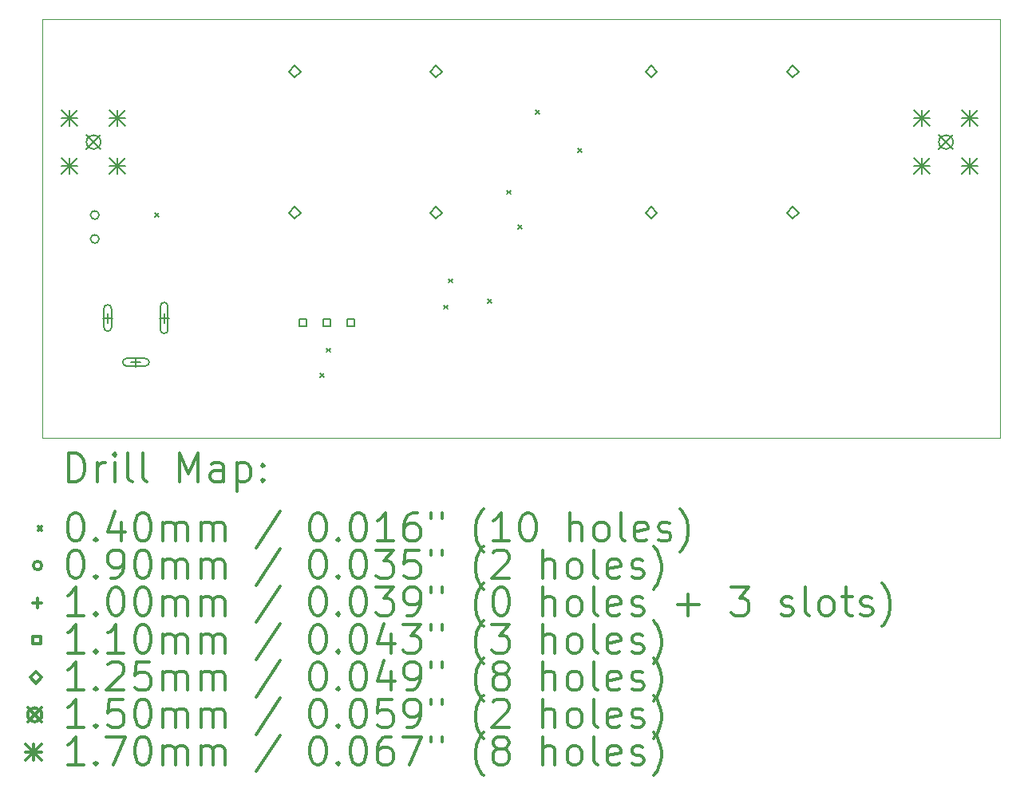
<source format=gbr>
%FSLAX45Y45*%
G04 Gerber Fmt 4.5, Leading zero omitted, Abs format (unit mm)*
G04 Created by KiCad (PCBNEW 5.1.6-c6e7f7d~87~ubuntu19.10.1) date 2021-08-02 21:21:00*
%MOMM*%
%LPD*%
G01*
G04 APERTURE LIST*
%TA.AperFunction,Profile*%
%ADD10C,0.050000*%
%TD*%
%ADD11C,0.200000*%
%ADD12C,0.300000*%
G04 APERTURE END LIST*
D10*
X4152900Y-6311900D02*
X4152900Y-10756900D01*
X4152900Y-10756900D02*
X14312900Y-10756900D01*
X14312900Y-6311900D02*
X14312900Y-10756900D01*
X4152900Y-6311900D02*
X14312900Y-6311900D01*
D11*
X5352100Y-8374700D02*
X5392100Y-8414700D01*
X5392100Y-8374700D02*
X5352100Y-8414700D01*
X7104700Y-10076500D02*
X7144700Y-10116500D01*
X7144700Y-10076500D02*
X7104700Y-10116500D01*
X7168200Y-9809800D02*
X7208200Y-9849800D01*
X7208200Y-9809800D02*
X7168200Y-9849800D01*
X8412800Y-9352600D02*
X8452800Y-9392600D01*
X8452800Y-9352600D02*
X8412800Y-9392600D01*
X8463600Y-9073200D02*
X8503600Y-9113200D01*
X8503600Y-9073200D02*
X8463600Y-9113200D01*
X8882700Y-9289100D02*
X8922700Y-9329100D01*
X8922700Y-9289100D02*
X8882700Y-9329100D01*
X9085900Y-8133400D02*
X9125900Y-8173400D01*
X9125900Y-8133400D02*
X9085900Y-8173400D01*
X9200200Y-8501700D02*
X9240200Y-8541700D01*
X9240200Y-8501700D02*
X9200200Y-8541700D01*
X9390700Y-7282500D02*
X9430700Y-7322500D01*
X9430700Y-7282500D02*
X9390700Y-7322500D01*
X9835200Y-7688900D02*
X9875200Y-7728900D01*
X9875200Y-7688900D02*
X9835200Y-7728900D01*
X4756700Y-8394700D02*
G75*
G03*
X4756700Y-8394700I-45000J0D01*
G01*
X4756700Y-8648700D02*
G75*
G03*
X4756700Y-8648700I-45000J0D01*
G01*
X4848300Y-9436900D02*
X4848300Y-9536900D01*
X4798300Y-9486900D02*
X4898300Y-9486900D01*
X4808300Y-9386900D02*
X4808300Y-9586900D01*
X4888300Y-9386900D02*
X4888300Y-9586900D01*
X4808300Y-9586900D02*
G75*
G03*
X4888300Y-9586900I40000J0D01*
G01*
X4888300Y-9386900D02*
G75*
G03*
X4808300Y-9386900I-40000J0D01*
G01*
X5148300Y-9906900D02*
X5148300Y-10006900D01*
X5098300Y-9956900D02*
X5198300Y-9956900D01*
X5048300Y-9996900D02*
X5248300Y-9996900D01*
X5048300Y-9916900D02*
X5248300Y-9916900D01*
X5248300Y-9996900D02*
G75*
G03*
X5248300Y-9916900I0J40000D01*
G01*
X5048300Y-9916900D02*
G75*
G03*
X5048300Y-9996900I0J-40000D01*
G01*
X5448300Y-9436900D02*
X5448300Y-9536900D01*
X5398300Y-9486900D02*
X5498300Y-9486900D01*
X5408300Y-9361900D02*
X5408300Y-9611900D01*
X5488300Y-9361900D02*
X5488300Y-9611900D01*
X5408300Y-9611900D02*
G75*
G03*
X5488300Y-9611900I40000J0D01*
G01*
X5488300Y-9361900D02*
G75*
G03*
X5408300Y-9361900I-40000J0D01*
G01*
X6960391Y-9576591D02*
X6960391Y-9498809D01*
X6882609Y-9498809D01*
X6882609Y-9576591D01*
X6960391Y-9576591D01*
X7214391Y-9576591D02*
X7214391Y-9498809D01*
X7136609Y-9498809D01*
X7136609Y-9576591D01*
X7214391Y-9576591D01*
X7468391Y-9576591D02*
X7468391Y-9498809D01*
X7390609Y-9498809D01*
X7390609Y-9576591D01*
X7468391Y-9576591D01*
X10615800Y-6932500D02*
X10678300Y-6870000D01*
X10615800Y-6807500D01*
X10553300Y-6870000D01*
X10615800Y-6932500D01*
X10615800Y-8432500D02*
X10678300Y-8370000D01*
X10615800Y-8307500D01*
X10553300Y-8370000D01*
X10615800Y-8432500D01*
X12115800Y-6932500D02*
X12178300Y-6870000D01*
X12115800Y-6807500D01*
X12053300Y-6870000D01*
X12115800Y-6932500D01*
X12115800Y-8432500D02*
X12178300Y-8370000D01*
X12115800Y-8307500D01*
X12053300Y-8370000D01*
X12115800Y-8432500D01*
X6831900Y-6932500D02*
X6894400Y-6870000D01*
X6831900Y-6807500D01*
X6769400Y-6870000D01*
X6831900Y-6932500D01*
X6831900Y-8432500D02*
X6894400Y-8370000D01*
X6831900Y-8307500D01*
X6769400Y-8370000D01*
X6831900Y-8432500D01*
X8331900Y-6932500D02*
X8394400Y-6870000D01*
X8331900Y-6807500D01*
X8269400Y-6870000D01*
X8331900Y-6932500D01*
X8331900Y-8432500D02*
X8394400Y-8370000D01*
X8331900Y-8307500D01*
X8269400Y-8370000D01*
X8331900Y-8432500D01*
X4624000Y-7545000D02*
X4774000Y-7695000D01*
X4774000Y-7545000D02*
X4624000Y-7695000D01*
X4774000Y-7620000D02*
G75*
G03*
X4774000Y-7620000I-75000J0D01*
G01*
X13666400Y-7545000D02*
X13816400Y-7695000D01*
X13816400Y-7545000D02*
X13666400Y-7695000D01*
X13816400Y-7620000D02*
G75*
G03*
X13816400Y-7620000I-75000J0D01*
G01*
X4360000Y-7281000D02*
X4530000Y-7451000D01*
X4530000Y-7281000D02*
X4360000Y-7451000D01*
X4445000Y-7281000D02*
X4445000Y-7451000D01*
X4360000Y-7366000D02*
X4530000Y-7366000D01*
X4360000Y-7789000D02*
X4530000Y-7959000D01*
X4530000Y-7789000D02*
X4360000Y-7959000D01*
X4445000Y-7789000D02*
X4445000Y-7959000D01*
X4360000Y-7874000D02*
X4530000Y-7874000D01*
X4868000Y-7281000D02*
X5038000Y-7451000D01*
X5038000Y-7281000D02*
X4868000Y-7451000D01*
X4953000Y-7281000D02*
X4953000Y-7451000D01*
X4868000Y-7366000D02*
X5038000Y-7366000D01*
X4868000Y-7789000D02*
X5038000Y-7959000D01*
X5038000Y-7789000D02*
X4868000Y-7959000D01*
X4953000Y-7789000D02*
X4953000Y-7959000D01*
X4868000Y-7874000D02*
X5038000Y-7874000D01*
X13402400Y-7281000D02*
X13572400Y-7451000D01*
X13572400Y-7281000D02*
X13402400Y-7451000D01*
X13487400Y-7281000D02*
X13487400Y-7451000D01*
X13402400Y-7366000D02*
X13572400Y-7366000D01*
X13402400Y-7789000D02*
X13572400Y-7959000D01*
X13572400Y-7789000D02*
X13402400Y-7959000D01*
X13487400Y-7789000D02*
X13487400Y-7959000D01*
X13402400Y-7874000D02*
X13572400Y-7874000D01*
X13910400Y-7281000D02*
X14080400Y-7451000D01*
X14080400Y-7281000D02*
X13910400Y-7451000D01*
X13995400Y-7281000D02*
X13995400Y-7451000D01*
X13910400Y-7366000D02*
X14080400Y-7366000D01*
X13910400Y-7789000D02*
X14080400Y-7959000D01*
X14080400Y-7789000D02*
X13910400Y-7959000D01*
X13995400Y-7789000D02*
X13995400Y-7959000D01*
X13910400Y-7874000D02*
X14080400Y-7874000D01*
D12*
X4436828Y-11225114D02*
X4436828Y-10925114D01*
X4508257Y-10925114D01*
X4551114Y-10939400D01*
X4579686Y-10967972D01*
X4593971Y-10996543D01*
X4608257Y-11053686D01*
X4608257Y-11096543D01*
X4593971Y-11153686D01*
X4579686Y-11182257D01*
X4551114Y-11210829D01*
X4508257Y-11225114D01*
X4436828Y-11225114D01*
X4736828Y-11225114D02*
X4736828Y-11025114D01*
X4736828Y-11082257D02*
X4751114Y-11053686D01*
X4765400Y-11039400D01*
X4793971Y-11025114D01*
X4822543Y-11025114D01*
X4922543Y-11225114D02*
X4922543Y-11025114D01*
X4922543Y-10925114D02*
X4908257Y-10939400D01*
X4922543Y-10953686D01*
X4936828Y-10939400D01*
X4922543Y-10925114D01*
X4922543Y-10953686D01*
X5108257Y-11225114D02*
X5079686Y-11210829D01*
X5065400Y-11182257D01*
X5065400Y-10925114D01*
X5265400Y-11225114D02*
X5236828Y-11210829D01*
X5222543Y-11182257D01*
X5222543Y-10925114D01*
X5608257Y-11225114D02*
X5608257Y-10925114D01*
X5708257Y-11139400D01*
X5808257Y-10925114D01*
X5808257Y-11225114D01*
X6079686Y-11225114D02*
X6079686Y-11067972D01*
X6065400Y-11039400D01*
X6036828Y-11025114D01*
X5979686Y-11025114D01*
X5951114Y-11039400D01*
X6079686Y-11210829D02*
X6051114Y-11225114D01*
X5979686Y-11225114D01*
X5951114Y-11210829D01*
X5936828Y-11182257D01*
X5936828Y-11153686D01*
X5951114Y-11125114D01*
X5979686Y-11110829D01*
X6051114Y-11110829D01*
X6079686Y-11096543D01*
X6222543Y-11025114D02*
X6222543Y-11325114D01*
X6222543Y-11039400D02*
X6251114Y-11025114D01*
X6308257Y-11025114D01*
X6336828Y-11039400D01*
X6351114Y-11053686D01*
X6365400Y-11082257D01*
X6365400Y-11167972D01*
X6351114Y-11196543D01*
X6336828Y-11210829D01*
X6308257Y-11225114D01*
X6251114Y-11225114D01*
X6222543Y-11210829D01*
X6493971Y-11196543D02*
X6508257Y-11210829D01*
X6493971Y-11225114D01*
X6479686Y-11210829D01*
X6493971Y-11196543D01*
X6493971Y-11225114D01*
X6493971Y-11039400D02*
X6508257Y-11053686D01*
X6493971Y-11067972D01*
X6479686Y-11053686D01*
X6493971Y-11039400D01*
X6493971Y-11067972D01*
X4110400Y-11699400D02*
X4150400Y-11739400D01*
X4150400Y-11699400D02*
X4110400Y-11739400D01*
X4493971Y-11555114D02*
X4522543Y-11555114D01*
X4551114Y-11569400D01*
X4565400Y-11583686D01*
X4579686Y-11612257D01*
X4593971Y-11669400D01*
X4593971Y-11740829D01*
X4579686Y-11797971D01*
X4565400Y-11826543D01*
X4551114Y-11840829D01*
X4522543Y-11855114D01*
X4493971Y-11855114D01*
X4465400Y-11840829D01*
X4451114Y-11826543D01*
X4436828Y-11797971D01*
X4422543Y-11740829D01*
X4422543Y-11669400D01*
X4436828Y-11612257D01*
X4451114Y-11583686D01*
X4465400Y-11569400D01*
X4493971Y-11555114D01*
X4722543Y-11826543D02*
X4736828Y-11840829D01*
X4722543Y-11855114D01*
X4708257Y-11840829D01*
X4722543Y-11826543D01*
X4722543Y-11855114D01*
X4993971Y-11655114D02*
X4993971Y-11855114D01*
X4922543Y-11540829D02*
X4851114Y-11755114D01*
X5036828Y-11755114D01*
X5208257Y-11555114D02*
X5236828Y-11555114D01*
X5265400Y-11569400D01*
X5279686Y-11583686D01*
X5293971Y-11612257D01*
X5308257Y-11669400D01*
X5308257Y-11740829D01*
X5293971Y-11797971D01*
X5279686Y-11826543D01*
X5265400Y-11840829D01*
X5236828Y-11855114D01*
X5208257Y-11855114D01*
X5179686Y-11840829D01*
X5165400Y-11826543D01*
X5151114Y-11797971D01*
X5136828Y-11740829D01*
X5136828Y-11669400D01*
X5151114Y-11612257D01*
X5165400Y-11583686D01*
X5179686Y-11569400D01*
X5208257Y-11555114D01*
X5436828Y-11855114D02*
X5436828Y-11655114D01*
X5436828Y-11683686D02*
X5451114Y-11669400D01*
X5479686Y-11655114D01*
X5522543Y-11655114D01*
X5551114Y-11669400D01*
X5565400Y-11697971D01*
X5565400Y-11855114D01*
X5565400Y-11697971D02*
X5579686Y-11669400D01*
X5608257Y-11655114D01*
X5651114Y-11655114D01*
X5679686Y-11669400D01*
X5693971Y-11697971D01*
X5693971Y-11855114D01*
X5836828Y-11855114D02*
X5836828Y-11655114D01*
X5836828Y-11683686D02*
X5851114Y-11669400D01*
X5879686Y-11655114D01*
X5922543Y-11655114D01*
X5951114Y-11669400D01*
X5965400Y-11697971D01*
X5965400Y-11855114D01*
X5965400Y-11697971D02*
X5979686Y-11669400D01*
X6008257Y-11655114D01*
X6051114Y-11655114D01*
X6079686Y-11669400D01*
X6093971Y-11697971D01*
X6093971Y-11855114D01*
X6679686Y-11540829D02*
X6422543Y-11926543D01*
X7065400Y-11555114D02*
X7093971Y-11555114D01*
X7122543Y-11569400D01*
X7136828Y-11583686D01*
X7151114Y-11612257D01*
X7165400Y-11669400D01*
X7165400Y-11740829D01*
X7151114Y-11797971D01*
X7136828Y-11826543D01*
X7122543Y-11840829D01*
X7093971Y-11855114D01*
X7065400Y-11855114D01*
X7036828Y-11840829D01*
X7022543Y-11826543D01*
X7008257Y-11797971D01*
X6993971Y-11740829D01*
X6993971Y-11669400D01*
X7008257Y-11612257D01*
X7022543Y-11583686D01*
X7036828Y-11569400D01*
X7065400Y-11555114D01*
X7293971Y-11826543D02*
X7308257Y-11840829D01*
X7293971Y-11855114D01*
X7279686Y-11840829D01*
X7293971Y-11826543D01*
X7293971Y-11855114D01*
X7493971Y-11555114D02*
X7522543Y-11555114D01*
X7551114Y-11569400D01*
X7565400Y-11583686D01*
X7579686Y-11612257D01*
X7593971Y-11669400D01*
X7593971Y-11740829D01*
X7579686Y-11797971D01*
X7565400Y-11826543D01*
X7551114Y-11840829D01*
X7522543Y-11855114D01*
X7493971Y-11855114D01*
X7465400Y-11840829D01*
X7451114Y-11826543D01*
X7436828Y-11797971D01*
X7422543Y-11740829D01*
X7422543Y-11669400D01*
X7436828Y-11612257D01*
X7451114Y-11583686D01*
X7465400Y-11569400D01*
X7493971Y-11555114D01*
X7879686Y-11855114D02*
X7708257Y-11855114D01*
X7793971Y-11855114D02*
X7793971Y-11555114D01*
X7765400Y-11597971D01*
X7736828Y-11626543D01*
X7708257Y-11640829D01*
X8136828Y-11555114D02*
X8079686Y-11555114D01*
X8051114Y-11569400D01*
X8036828Y-11583686D01*
X8008257Y-11626543D01*
X7993971Y-11683686D01*
X7993971Y-11797971D01*
X8008257Y-11826543D01*
X8022543Y-11840829D01*
X8051114Y-11855114D01*
X8108257Y-11855114D01*
X8136828Y-11840829D01*
X8151114Y-11826543D01*
X8165400Y-11797971D01*
X8165400Y-11726543D01*
X8151114Y-11697971D01*
X8136828Y-11683686D01*
X8108257Y-11669400D01*
X8051114Y-11669400D01*
X8022543Y-11683686D01*
X8008257Y-11697971D01*
X7993971Y-11726543D01*
X8279686Y-11555114D02*
X8279686Y-11612257D01*
X8393971Y-11555114D02*
X8393971Y-11612257D01*
X8836828Y-11969400D02*
X8822543Y-11955114D01*
X8793971Y-11912257D01*
X8779686Y-11883686D01*
X8765400Y-11840829D01*
X8751114Y-11769400D01*
X8751114Y-11712257D01*
X8765400Y-11640829D01*
X8779686Y-11597971D01*
X8793971Y-11569400D01*
X8822543Y-11526543D01*
X8836828Y-11512257D01*
X9108257Y-11855114D02*
X8936828Y-11855114D01*
X9022543Y-11855114D02*
X9022543Y-11555114D01*
X8993971Y-11597971D01*
X8965400Y-11626543D01*
X8936828Y-11640829D01*
X9293971Y-11555114D02*
X9322543Y-11555114D01*
X9351114Y-11569400D01*
X9365400Y-11583686D01*
X9379686Y-11612257D01*
X9393971Y-11669400D01*
X9393971Y-11740829D01*
X9379686Y-11797971D01*
X9365400Y-11826543D01*
X9351114Y-11840829D01*
X9322543Y-11855114D01*
X9293971Y-11855114D01*
X9265400Y-11840829D01*
X9251114Y-11826543D01*
X9236828Y-11797971D01*
X9222543Y-11740829D01*
X9222543Y-11669400D01*
X9236828Y-11612257D01*
X9251114Y-11583686D01*
X9265400Y-11569400D01*
X9293971Y-11555114D01*
X9751114Y-11855114D02*
X9751114Y-11555114D01*
X9879686Y-11855114D02*
X9879686Y-11697971D01*
X9865400Y-11669400D01*
X9836828Y-11655114D01*
X9793971Y-11655114D01*
X9765400Y-11669400D01*
X9751114Y-11683686D01*
X10065400Y-11855114D02*
X10036828Y-11840829D01*
X10022543Y-11826543D01*
X10008257Y-11797971D01*
X10008257Y-11712257D01*
X10022543Y-11683686D01*
X10036828Y-11669400D01*
X10065400Y-11655114D01*
X10108257Y-11655114D01*
X10136828Y-11669400D01*
X10151114Y-11683686D01*
X10165400Y-11712257D01*
X10165400Y-11797971D01*
X10151114Y-11826543D01*
X10136828Y-11840829D01*
X10108257Y-11855114D01*
X10065400Y-11855114D01*
X10336828Y-11855114D02*
X10308257Y-11840829D01*
X10293971Y-11812257D01*
X10293971Y-11555114D01*
X10565400Y-11840829D02*
X10536828Y-11855114D01*
X10479686Y-11855114D01*
X10451114Y-11840829D01*
X10436828Y-11812257D01*
X10436828Y-11697971D01*
X10451114Y-11669400D01*
X10479686Y-11655114D01*
X10536828Y-11655114D01*
X10565400Y-11669400D01*
X10579686Y-11697971D01*
X10579686Y-11726543D01*
X10436828Y-11755114D01*
X10693971Y-11840829D02*
X10722543Y-11855114D01*
X10779686Y-11855114D01*
X10808257Y-11840829D01*
X10822543Y-11812257D01*
X10822543Y-11797971D01*
X10808257Y-11769400D01*
X10779686Y-11755114D01*
X10736828Y-11755114D01*
X10708257Y-11740829D01*
X10693971Y-11712257D01*
X10693971Y-11697971D01*
X10708257Y-11669400D01*
X10736828Y-11655114D01*
X10779686Y-11655114D01*
X10808257Y-11669400D01*
X10922543Y-11969400D02*
X10936828Y-11955114D01*
X10965400Y-11912257D01*
X10979686Y-11883686D01*
X10993971Y-11840829D01*
X11008257Y-11769400D01*
X11008257Y-11712257D01*
X10993971Y-11640829D01*
X10979686Y-11597971D01*
X10965400Y-11569400D01*
X10936828Y-11526543D01*
X10922543Y-11512257D01*
X4150400Y-12115400D02*
G75*
G03*
X4150400Y-12115400I-45000J0D01*
G01*
X4493971Y-11951114D02*
X4522543Y-11951114D01*
X4551114Y-11965400D01*
X4565400Y-11979686D01*
X4579686Y-12008257D01*
X4593971Y-12065400D01*
X4593971Y-12136829D01*
X4579686Y-12193971D01*
X4565400Y-12222543D01*
X4551114Y-12236829D01*
X4522543Y-12251114D01*
X4493971Y-12251114D01*
X4465400Y-12236829D01*
X4451114Y-12222543D01*
X4436828Y-12193971D01*
X4422543Y-12136829D01*
X4422543Y-12065400D01*
X4436828Y-12008257D01*
X4451114Y-11979686D01*
X4465400Y-11965400D01*
X4493971Y-11951114D01*
X4722543Y-12222543D02*
X4736828Y-12236829D01*
X4722543Y-12251114D01*
X4708257Y-12236829D01*
X4722543Y-12222543D01*
X4722543Y-12251114D01*
X4879686Y-12251114D02*
X4936828Y-12251114D01*
X4965400Y-12236829D01*
X4979686Y-12222543D01*
X5008257Y-12179686D01*
X5022543Y-12122543D01*
X5022543Y-12008257D01*
X5008257Y-11979686D01*
X4993971Y-11965400D01*
X4965400Y-11951114D01*
X4908257Y-11951114D01*
X4879686Y-11965400D01*
X4865400Y-11979686D01*
X4851114Y-12008257D01*
X4851114Y-12079686D01*
X4865400Y-12108257D01*
X4879686Y-12122543D01*
X4908257Y-12136829D01*
X4965400Y-12136829D01*
X4993971Y-12122543D01*
X5008257Y-12108257D01*
X5022543Y-12079686D01*
X5208257Y-11951114D02*
X5236828Y-11951114D01*
X5265400Y-11965400D01*
X5279686Y-11979686D01*
X5293971Y-12008257D01*
X5308257Y-12065400D01*
X5308257Y-12136829D01*
X5293971Y-12193971D01*
X5279686Y-12222543D01*
X5265400Y-12236829D01*
X5236828Y-12251114D01*
X5208257Y-12251114D01*
X5179686Y-12236829D01*
X5165400Y-12222543D01*
X5151114Y-12193971D01*
X5136828Y-12136829D01*
X5136828Y-12065400D01*
X5151114Y-12008257D01*
X5165400Y-11979686D01*
X5179686Y-11965400D01*
X5208257Y-11951114D01*
X5436828Y-12251114D02*
X5436828Y-12051114D01*
X5436828Y-12079686D02*
X5451114Y-12065400D01*
X5479686Y-12051114D01*
X5522543Y-12051114D01*
X5551114Y-12065400D01*
X5565400Y-12093971D01*
X5565400Y-12251114D01*
X5565400Y-12093971D02*
X5579686Y-12065400D01*
X5608257Y-12051114D01*
X5651114Y-12051114D01*
X5679686Y-12065400D01*
X5693971Y-12093971D01*
X5693971Y-12251114D01*
X5836828Y-12251114D02*
X5836828Y-12051114D01*
X5836828Y-12079686D02*
X5851114Y-12065400D01*
X5879686Y-12051114D01*
X5922543Y-12051114D01*
X5951114Y-12065400D01*
X5965400Y-12093971D01*
X5965400Y-12251114D01*
X5965400Y-12093971D02*
X5979686Y-12065400D01*
X6008257Y-12051114D01*
X6051114Y-12051114D01*
X6079686Y-12065400D01*
X6093971Y-12093971D01*
X6093971Y-12251114D01*
X6679686Y-11936829D02*
X6422543Y-12322543D01*
X7065400Y-11951114D02*
X7093971Y-11951114D01*
X7122543Y-11965400D01*
X7136828Y-11979686D01*
X7151114Y-12008257D01*
X7165400Y-12065400D01*
X7165400Y-12136829D01*
X7151114Y-12193971D01*
X7136828Y-12222543D01*
X7122543Y-12236829D01*
X7093971Y-12251114D01*
X7065400Y-12251114D01*
X7036828Y-12236829D01*
X7022543Y-12222543D01*
X7008257Y-12193971D01*
X6993971Y-12136829D01*
X6993971Y-12065400D01*
X7008257Y-12008257D01*
X7022543Y-11979686D01*
X7036828Y-11965400D01*
X7065400Y-11951114D01*
X7293971Y-12222543D02*
X7308257Y-12236829D01*
X7293971Y-12251114D01*
X7279686Y-12236829D01*
X7293971Y-12222543D01*
X7293971Y-12251114D01*
X7493971Y-11951114D02*
X7522543Y-11951114D01*
X7551114Y-11965400D01*
X7565400Y-11979686D01*
X7579686Y-12008257D01*
X7593971Y-12065400D01*
X7593971Y-12136829D01*
X7579686Y-12193971D01*
X7565400Y-12222543D01*
X7551114Y-12236829D01*
X7522543Y-12251114D01*
X7493971Y-12251114D01*
X7465400Y-12236829D01*
X7451114Y-12222543D01*
X7436828Y-12193971D01*
X7422543Y-12136829D01*
X7422543Y-12065400D01*
X7436828Y-12008257D01*
X7451114Y-11979686D01*
X7465400Y-11965400D01*
X7493971Y-11951114D01*
X7693971Y-11951114D02*
X7879686Y-11951114D01*
X7779686Y-12065400D01*
X7822543Y-12065400D01*
X7851114Y-12079686D01*
X7865400Y-12093971D01*
X7879686Y-12122543D01*
X7879686Y-12193971D01*
X7865400Y-12222543D01*
X7851114Y-12236829D01*
X7822543Y-12251114D01*
X7736828Y-12251114D01*
X7708257Y-12236829D01*
X7693971Y-12222543D01*
X8151114Y-11951114D02*
X8008257Y-11951114D01*
X7993971Y-12093971D01*
X8008257Y-12079686D01*
X8036828Y-12065400D01*
X8108257Y-12065400D01*
X8136828Y-12079686D01*
X8151114Y-12093971D01*
X8165400Y-12122543D01*
X8165400Y-12193971D01*
X8151114Y-12222543D01*
X8136828Y-12236829D01*
X8108257Y-12251114D01*
X8036828Y-12251114D01*
X8008257Y-12236829D01*
X7993971Y-12222543D01*
X8279686Y-11951114D02*
X8279686Y-12008257D01*
X8393971Y-11951114D02*
X8393971Y-12008257D01*
X8836828Y-12365400D02*
X8822543Y-12351114D01*
X8793971Y-12308257D01*
X8779686Y-12279686D01*
X8765400Y-12236829D01*
X8751114Y-12165400D01*
X8751114Y-12108257D01*
X8765400Y-12036829D01*
X8779686Y-11993971D01*
X8793971Y-11965400D01*
X8822543Y-11922543D01*
X8836828Y-11908257D01*
X8936828Y-11979686D02*
X8951114Y-11965400D01*
X8979686Y-11951114D01*
X9051114Y-11951114D01*
X9079686Y-11965400D01*
X9093971Y-11979686D01*
X9108257Y-12008257D01*
X9108257Y-12036829D01*
X9093971Y-12079686D01*
X8922543Y-12251114D01*
X9108257Y-12251114D01*
X9465400Y-12251114D02*
X9465400Y-11951114D01*
X9593971Y-12251114D02*
X9593971Y-12093971D01*
X9579686Y-12065400D01*
X9551114Y-12051114D01*
X9508257Y-12051114D01*
X9479686Y-12065400D01*
X9465400Y-12079686D01*
X9779686Y-12251114D02*
X9751114Y-12236829D01*
X9736828Y-12222543D01*
X9722543Y-12193971D01*
X9722543Y-12108257D01*
X9736828Y-12079686D01*
X9751114Y-12065400D01*
X9779686Y-12051114D01*
X9822543Y-12051114D01*
X9851114Y-12065400D01*
X9865400Y-12079686D01*
X9879686Y-12108257D01*
X9879686Y-12193971D01*
X9865400Y-12222543D01*
X9851114Y-12236829D01*
X9822543Y-12251114D01*
X9779686Y-12251114D01*
X10051114Y-12251114D02*
X10022543Y-12236829D01*
X10008257Y-12208257D01*
X10008257Y-11951114D01*
X10279686Y-12236829D02*
X10251114Y-12251114D01*
X10193971Y-12251114D01*
X10165400Y-12236829D01*
X10151114Y-12208257D01*
X10151114Y-12093971D01*
X10165400Y-12065400D01*
X10193971Y-12051114D01*
X10251114Y-12051114D01*
X10279686Y-12065400D01*
X10293971Y-12093971D01*
X10293971Y-12122543D01*
X10151114Y-12151114D01*
X10408257Y-12236829D02*
X10436828Y-12251114D01*
X10493971Y-12251114D01*
X10522543Y-12236829D01*
X10536828Y-12208257D01*
X10536828Y-12193971D01*
X10522543Y-12165400D01*
X10493971Y-12151114D01*
X10451114Y-12151114D01*
X10422543Y-12136829D01*
X10408257Y-12108257D01*
X10408257Y-12093971D01*
X10422543Y-12065400D01*
X10451114Y-12051114D01*
X10493971Y-12051114D01*
X10522543Y-12065400D01*
X10636828Y-12365400D02*
X10651114Y-12351114D01*
X10679686Y-12308257D01*
X10693971Y-12279686D01*
X10708257Y-12236829D01*
X10722543Y-12165400D01*
X10722543Y-12108257D01*
X10708257Y-12036829D01*
X10693971Y-11993971D01*
X10679686Y-11965400D01*
X10651114Y-11922543D01*
X10636828Y-11908257D01*
X4100400Y-12461400D02*
X4100400Y-12561400D01*
X4050400Y-12511400D02*
X4150400Y-12511400D01*
X4593971Y-12647114D02*
X4422543Y-12647114D01*
X4508257Y-12647114D02*
X4508257Y-12347114D01*
X4479686Y-12389971D01*
X4451114Y-12418543D01*
X4422543Y-12432829D01*
X4722543Y-12618543D02*
X4736828Y-12632829D01*
X4722543Y-12647114D01*
X4708257Y-12632829D01*
X4722543Y-12618543D01*
X4722543Y-12647114D01*
X4922543Y-12347114D02*
X4951114Y-12347114D01*
X4979686Y-12361400D01*
X4993971Y-12375686D01*
X5008257Y-12404257D01*
X5022543Y-12461400D01*
X5022543Y-12532829D01*
X5008257Y-12589971D01*
X4993971Y-12618543D01*
X4979686Y-12632829D01*
X4951114Y-12647114D01*
X4922543Y-12647114D01*
X4893971Y-12632829D01*
X4879686Y-12618543D01*
X4865400Y-12589971D01*
X4851114Y-12532829D01*
X4851114Y-12461400D01*
X4865400Y-12404257D01*
X4879686Y-12375686D01*
X4893971Y-12361400D01*
X4922543Y-12347114D01*
X5208257Y-12347114D02*
X5236828Y-12347114D01*
X5265400Y-12361400D01*
X5279686Y-12375686D01*
X5293971Y-12404257D01*
X5308257Y-12461400D01*
X5308257Y-12532829D01*
X5293971Y-12589971D01*
X5279686Y-12618543D01*
X5265400Y-12632829D01*
X5236828Y-12647114D01*
X5208257Y-12647114D01*
X5179686Y-12632829D01*
X5165400Y-12618543D01*
X5151114Y-12589971D01*
X5136828Y-12532829D01*
X5136828Y-12461400D01*
X5151114Y-12404257D01*
X5165400Y-12375686D01*
X5179686Y-12361400D01*
X5208257Y-12347114D01*
X5436828Y-12647114D02*
X5436828Y-12447114D01*
X5436828Y-12475686D02*
X5451114Y-12461400D01*
X5479686Y-12447114D01*
X5522543Y-12447114D01*
X5551114Y-12461400D01*
X5565400Y-12489971D01*
X5565400Y-12647114D01*
X5565400Y-12489971D02*
X5579686Y-12461400D01*
X5608257Y-12447114D01*
X5651114Y-12447114D01*
X5679686Y-12461400D01*
X5693971Y-12489971D01*
X5693971Y-12647114D01*
X5836828Y-12647114D02*
X5836828Y-12447114D01*
X5836828Y-12475686D02*
X5851114Y-12461400D01*
X5879686Y-12447114D01*
X5922543Y-12447114D01*
X5951114Y-12461400D01*
X5965400Y-12489971D01*
X5965400Y-12647114D01*
X5965400Y-12489971D02*
X5979686Y-12461400D01*
X6008257Y-12447114D01*
X6051114Y-12447114D01*
X6079686Y-12461400D01*
X6093971Y-12489971D01*
X6093971Y-12647114D01*
X6679686Y-12332829D02*
X6422543Y-12718543D01*
X7065400Y-12347114D02*
X7093971Y-12347114D01*
X7122543Y-12361400D01*
X7136828Y-12375686D01*
X7151114Y-12404257D01*
X7165400Y-12461400D01*
X7165400Y-12532829D01*
X7151114Y-12589971D01*
X7136828Y-12618543D01*
X7122543Y-12632829D01*
X7093971Y-12647114D01*
X7065400Y-12647114D01*
X7036828Y-12632829D01*
X7022543Y-12618543D01*
X7008257Y-12589971D01*
X6993971Y-12532829D01*
X6993971Y-12461400D01*
X7008257Y-12404257D01*
X7022543Y-12375686D01*
X7036828Y-12361400D01*
X7065400Y-12347114D01*
X7293971Y-12618543D02*
X7308257Y-12632829D01*
X7293971Y-12647114D01*
X7279686Y-12632829D01*
X7293971Y-12618543D01*
X7293971Y-12647114D01*
X7493971Y-12347114D02*
X7522543Y-12347114D01*
X7551114Y-12361400D01*
X7565400Y-12375686D01*
X7579686Y-12404257D01*
X7593971Y-12461400D01*
X7593971Y-12532829D01*
X7579686Y-12589971D01*
X7565400Y-12618543D01*
X7551114Y-12632829D01*
X7522543Y-12647114D01*
X7493971Y-12647114D01*
X7465400Y-12632829D01*
X7451114Y-12618543D01*
X7436828Y-12589971D01*
X7422543Y-12532829D01*
X7422543Y-12461400D01*
X7436828Y-12404257D01*
X7451114Y-12375686D01*
X7465400Y-12361400D01*
X7493971Y-12347114D01*
X7693971Y-12347114D02*
X7879686Y-12347114D01*
X7779686Y-12461400D01*
X7822543Y-12461400D01*
X7851114Y-12475686D01*
X7865400Y-12489971D01*
X7879686Y-12518543D01*
X7879686Y-12589971D01*
X7865400Y-12618543D01*
X7851114Y-12632829D01*
X7822543Y-12647114D01*
X7736828Y-12647114D01*
X7708257Y-12632829D01*
X7693971Y-12618543D01*
X8022543Y-12647114D02*
X8079686Y-12647114D01*
X8108257Y-12632829D01*
X8122543Y-12618543D01*
X8151114Y-12575686D01*
X8165400Y-12518543D01*
X8165400Y-12404257D01*
X8151114Y-12375686D01*
X8136828Y-12361400D01*
X8108257Y-12347114D01*
X8051114Y-12347114D01*
X8022543Y-12361400D01*
X8008257Y-12375686D01*
X7993971Y-12404257D01*
X7993971Y-12475686D01*
X8008257Y-12504257D01*
X8022543Y-12518543D01*
X8051114Y-12532829D01*
X8108257Y-12532829D01*
X8136828Y-12518543D01*
X8151114Y-12504257D01*
X8165400Y-12475686D01*
X8279686Y-12347114D02*
X8279686Y-12404257D01*
X8393971Y-12347114D02*
X8393971Y-12404257D01*
X8836828Y-12761400D02*
X8822543Y-12747114D01*
X8793971Y-12704257D01*
X8779686Y-12675686D01*
X8765400Y-12632829D01*
X8751114Y-12561400D01*
X8751114Y-12504257D01*
X8765400Y-12432829D01*
X8779686Y-12389971D01*
X8793971Y-12361400D01*
X8822543Y-12318543D01*
X8836828Y-12304257D01*
X9008257Y-12347114D02*
X9036828Y-12347114D01*
X9065400Y-12361400D01*
X9079686Y-12375686D01*
X9093971Y-12404257D01*
X9108257Y-12461400D01*
X9108257Y-12532829D01*
X9093971Y-12589971D01*
X9079686Y-12618543D01*
X9065400Y-12632829D01*
X9036828Y-12647114D01*
X9008257Y-12647114D01*
X8979686Y-12632829D01*
X8965400Y-12618543D01*
X8951114Y-12589971D01*
X8936828Y-12532829D01*
X8936828Y-12461400D01*
X8951114Y-12404257D01*
X8965400Y-12375686D01*
X8979686Y-12361400D01*
X9008257Y-12347114D01*
X9465400Y-12647114D02*
X9465400Y-12347114D01*
X9593971Y-12647114D02*
X9593971Y-12489971D01*
X9579686Y-12461400D01*
X9551114Y-12447114D01*
X9508257Y-12447114D01*
X9479686Y-12461400D01*
X9465400Y-12475686D01*
X9779686Y-12647114D02*
X9751114Y-12632829D01*
X9736828Y-12618543D01*
X9722543Y-12589971D01*
X9722543Y-12504257D01*
X9736828Y-12475686D01*
X9751114Y-12461400D01*
X9779686Y-12447114D01*
X9822543Y-12447114D01*
X9851114Y-12461400D01*
X9865400Y-12475686D01*
X9879686Y-12504257D01*
X9879686Y-12589971D01*
X9865400Y-12618543D01*
X9851114Y-12632829D01*
X9822543Y-12647114D01*
X9779686Y-12647114D01*
X10051114Y-12647114D02*
X10022543Y-12632829D01*
X10008257Y-12604257D01*
X10008257Y-12347114D01*
X10279686Y-12632829D02*
X10251114Y-12647114D01*
X10193971Y-12647114D01*
X10165400Y-12632829D01*
X10151114Y-12604257D01*
X10151114Y-12489971D01*
X10165400Y-12461400D01*
X10193971Y-12447114D01*
X10251114Y-12447114D01*
X10279686Y-12461400D01*
X10293971Y-12489971D01*
X10293971Y-12518543D01*
X10151114Y-12547114D01*
X10408257Y-12632829D02*
X10436828Y-12647114D01*
X10493971Y-12647114D01*
X10522543Y-12632829D01*
X10536828Y-12604257D01*
X10536828Y-12589971D01*
X10522543Y-12561400D01*
X10493971Y-12547114D01*
X10451114Y-12547114D01*
X10422543Y-12532829D01*
X10408257Y-12504257D01*
X10408257Y-12489971D01*
X10422543Y-12461400D01*
X10451114Y-12447114D01*
X10493971Y-12447114D01*
X10522543Y-12461400D01*
X10893971Y-12532829D02*
X11122543Y-12532829D01*
X11008257Y-12647114D02*
X11008257Y-12418543D01*
X11465400Y-12347114D02*
X11651114Y-12347114D01*
X11551114Y-12461400D01*
X11593971Y-12461400D01*
X11622543Y-12475686D01*
X11636828Y-12489971D01*
X11651114Y-12518543D01*
X11651114Y-12589971D01*
X11636828Y-12618543D01*
X11622543Y-12632829D01*
X11593971Y-12647114D01*
X11508257Y-12647114D01*
X11479686Y-12632829D01*
X11465400Y-12618543D01*
X11993971Y-12632829D02*
X12022543Y-12647114D01*
X12079686Y-12647114D01*
X12108257Y-12632829D01*
X12122543Y-12604257D01*
X12122543Y-12589971D01*
X12108257Y-12561400D01*
X12079686Y-12547114D01*
X12036828Y-12547114D01*
X12008257Y-12532829D01*
X11993971Y-12504257D01*
X11993971Y-12489971D01*
X12008257Y-12461400D01*
X12036828Y-12447114D01*
X12079686Y-12447114D01*
X12108257Y-12461400D01*
X12293971Y-12647114D02*
X12265400Y-12632829D01*
X12251114Y-12604257D01*
X12251114Y-12347114D01*
X12451114Y-12647114D02*
X12422543Y-12632829D01*
X12408257Y-12618543D01*
X12393971Y-12589971D01*
X12393971Y-12504257D01*
X12408257Y-12475686D01*
X12422543Y-12461400D01*
X12451114Y-12447114D01*
X12493971Y-12447114D01*
X12522543Y-12461400D01*
X12536828Y-12475686D01*
X12551114Y-12504257D01*
X12551114Y-12589971D01*
X12536828Y-12618543D01*
X12522543Y-12632829D01*
X12493971Y-12647114D01*
X12451114Y-12647114D01*
X12636828Y-12447114D02*
X12751114Y-12447114D01*
X12679686Y-12347114D02*
X12679686Y-12604257D01*
X12693971Y-12632829D01*
X12722543Y-12647114D01*
X12751114Y-12647114D01*
X12836828Y-12632829D02*
X12865400Y-12647114D01*
X12922543Y-12647114D01*
X12951114Y-12632829D01*
X12965400Y-12604257D01*
X12965400Y-12589971D01*
X12951114Y-12561400D01*
X12922543Y-12547114D01*
X12879686Y-12547114D01*
X12851114Y-12532829D01*
X12836828Y-12504257D01*
X12836828Y-12489971D01*
X12851114Y-12461400D01*
X12879686Y-12447114D01*
X12922543Y-12447114D01*
X12951114Y-12461400D01*
X13065400Y-12761400D02*
X13079686Y-12747114D01*
X13108257Y-12704257D01*
X13122543Y-12675686D01*
X13136828Y-12632829D01*
X13151114Y-12561400D01*
X13151114Y-12504257D01*
X13136828Y-12432829D01*
X13122543Y-12389971D01*
X13108257Y-12361400D01*
X13079686Y-12318543D01*
X13065400Y-12304257D01*
X4134291Y-12946291D02*
X4134291Y-12868509D01*
X4056509Y-12868509D01*
X4056509Y-12946291D01*
X4134291Y-12946291D01*
X4593971Y-13043114D02*
X4422543Y-13043114D01*
X4508257Y-13043114D02*
X4508257Y-12743114D01*
X4479686Y-12785971D01*
X4451114Y-12814543D01*
X4422543Y-12828829D01*
X4722543Y-13014543D02*
X4736828Y-13028829D01*
X4722543Y-13043114D01*
X4708257Y-13028829D01*
X4722543Y-13014543D01*
X4722543Y-13043114D01*
X5022543Y-13043114D02*
X4851114Y-13043114D01*
X4936828Y-13043114D02*
X4936828Y-12743114D01*
X4908257Y-12785971D01*
X4879686Y-12814543D01*
X4851114Y-12828829D01*
X5208257Y-12743114D02*
X5236828Y-12743114D01*
X5265400Y-12757400D01*
X5279686Y-12771686D01*
X5293971Y-12800257D01*
X5308257Y-12857400D01*
X5308257Y-12928829D01*
X5293971Y-12985971D01*
X5279686Y-13014543D01*
X5265400Y-13028829D01*
X5236828Y-13043114D01*
X5208257Y-13043114D01*
X5179686Y-13028829D01*
X5165400Y-13014543D01*
X5151114Y-12985971D01*
X5136828Y-12928829D01*
X5136828Y-12857400D01*
X5151114Y-12800257D01*
X5165400Y-12771686D01*
X5179686Y-12757400D01*
X5208257Y-12743114D01*
X5436828Y-13043114D02*
X5436828Y-12843114D01*
X5436828Y-12871686D02*
X5451114Y-12857400D01*
X5479686Y-12843114D01*
X5522543Y-12843114D01*
X5551114Y-12857400D01*
X5565400Y-12885971D01*
X5565400Y-13043114D01*
X5565400Y-12885971D02*
X5579686Y-12857400D01*
X5608257Y-12843114D01*
X5651114Y-12843114D01*
X5679686Y-12857400D01*
X5693971Y-12885971D01*
X5693971Y-13043114D01*
X5836828Y-13043114D02*
X5836828Y-12843114D01*
X5836828Y-12871686D02*
X5851114Y-12857400D01*
X5879686Y-12843114D01*
X5922543Y-12843114D01*
X5951114Y-12857400D01*
X5965400Y-12885971D01*
X5965400Y-13043114D01*
X5965400Y-12885971D02*
X5979686Y-12857400D01*
X6008257Y-12843114D01*
X6051114Y-12843114D01*
X6079686Y-12857400D01*
X6093971Y-12885971D01*
X6093971Y-13043114D01*
X6679686Y-12728829D02*
X6422543Y-13114543D01*
X7065400Y-12743114D02*
X7093971Y-12743114D01*
X7122543Y-12757400D01*
X7136828Y-12771686D01*
X7151114Y-12800257D01*
X7165400Y-12857400D01*
X7165400Y-12928829D01*
X7151114Y-12985971D01*
X7136828Y-13014543D01*
X7122543Y-13028829D01*
X7093971Y-13043114D01*
X7065400Y-13043114D01*
X7036828Y-13028829D01*
X7022543Y-13014543D01*
X7008257Y-12985971D01*
X6993971Y-12928829D01*
X6993971Y-12857400D01*
X7008257Y-12800257D01*
X7022543Y-12771686D01*
X7036828Y-12757400D01*
X7065400Y-12743114D01*
X7293971Y-13014543D02*
X7308257Y-13028829D01*
X7293971Y-13043114D01*
X7279686Y-13028829D01*
X7293971Y-13014543D01*
X7293971Y-13043114D01*
X7493971Y-12743114D02*
X7522543Y-12743114D01*
X7551114Y-12757400D01*
X7565400Y-12771686D01*
X7579686Y-12800257D01*
X7593971Y-12857400D01*
X7593971Y-12928829D01*
X7579686Y-12985971D01*
X7565400Y-13014543D01*
X7551114Y-13028829D01*
X7522543Y-13043114D01*
X7493971Y-13043114D01*
X7465400Y-13028829D01*
X7451114Y-13014543D01*
X7436828Y-12985971D01*
X7422543Y-12928829D01*
X7422543Y-12857400D01*
X7436828Y-12800257D01*
X7451114Y-12771686D01*
X7465400Y-12757400D01*
X7493971Y-12743114D01*
X7851114Y-12843114D02*
X7851114Y-13043114D01*
X7779686Y-12728829D02*
X7708257Y-12943114D01*
X7893971Y-12943114D01*
X7979686Y-12743114D02*
X8165400Y-12743114D01*
X8065400Y-12857400D01*
X8108257Y-12857400D01*
X8136828Y-12871686D01*
X8151114Y-12885971D01*
X8165400Y-12914543D01*
X8165400Y-12985971D01*
X8151114Y-13014543D01*
X8136828Y-13028829D01*
X8108257Y-13043114D01*
X8022543Y-13043114D01*
X7993971Y-13028829D01*
X7979686Y-13014543D01*
X8279686Y-12743114D02*
X8279686Y-12800257D01*
X8393971Y-12743114D02*
X8393971Y-12800257D01*
X8836828Y-13157400D02*
X8822543Y-13143114D01*
X8793971Y-13100257D01*
X8779686Y-13071686D01*
X8765400Y-13028829D01*
X8751114Y-12957400D01*
X8751114Y-12900257D01*
X8765400Y-12828829D01*
X8779686Y-12785971D01*
X8793971Y-12757400D01*
X8822543Y-12714543D01*
X8836828Y-12700257D01*
X8922543Y-12743114D02*
X9108257Y-12743114D01*
X9008257Y-12857400D01*
X9051114Y-12857400D01*
X9079686Y-12871686D01*
X9093971Y-12885971D01*
X9108257Y-12914543D01*
X9108257Y-12985971D01*
X9093971Y-13014543D01*
X9079686Y-13028829D01*
X9051114Y-13043114D01*
X8965400Y-13043114D01*
X8936828Y-13028829D01*
X8922543Y-13014543D01*
X9465400Y-13043114D02*
X9465400Y-12743114D01*
X9593971Y-13043114D02*
X9593971Y-12885971D01*
X9579686Y-12857400D01*
X9551114Y-12843114D01*
X9508257Y-12843114D01*
X9479686Y-12857400D01*
X9465400Y-12871686D01*
X9779686Y-13043114D02*
X9751114Y-13028829D01*
X9736828Y-13014543D01*
X9722543Y-12985971D01*
X9722543Y-12900257D01*
X9736828Y-12871686D01*
X9751114Y-12857400D01*
X9779686Y-12843114D01*
X9822543Y-12843114D01*
X9851114Y-12857400D01*
X9865400Y-12871686D01*
X9879686Y-12900257D01*
X9879686Y-12985971D01*
X9865400Y-13014543D01*
X9851114Y-13028829D01*
X9822543Y-13043114D01*
X9779686Y-13043114D01*
X10051114Y-13043114D02*
X10022543Y-13028829D01*
X10008257Y-13000257D01*
X10008257Y-12743114D01*
X10279686Y-13028829D02*
X10251114Y-13043114D01*
X10193971Y-13043114D01*
X10165400Y-13028829D01*
X10151114Y-13000257D01*
X10151114Y-12885971D01*
X10165400Y-12857400D01*
X10193971Y-12843114D01*
X10251114Y-12843114D01*
X10279686Y-12857400D01*
X10293971Y-12885971D01*
X10293971Y-12914543D01*
X10151114Y-12943114D01*
X10408257Y-13028829D02*
X10436828Y-13043114D01*
X10493971Y-13043114D01*
X10522543Y-13028829D01*
X10536828Y-13000257D01*
X10536828Y-12985971D01*
X10522543Y-12957400D01*
X10493971Y-12943114D01*
X10451114Y-12943114D01*
X10422543Y-12928829D01*
X10408257Y-12900257D01*
X10408257Y-12885971D01*
X10422543Y-12857400D01*
X10451114Y-12843114D01*
X10493971Y-12843114D01*
X10522543Y-12857400D01*
X10636828Y-13157400D02*
X10651114Y-13143114D01*
X10679686Y-13100257D01*
X10693971Y-13071686D01*
X10708257Y-13028829D01*
X10722543Y-12957400D01*
X10722543Y-12900257D01*
X10708257Y-12828829D01*
X10693971Y-12785971D01*
X10679686Y-12757400D01*
X10651114Y-12714543D01*
X10636828Y-12700257D01*
X4087900Y-13365900D02*
X4150400Y-13303400D01*
X4087900Y-13240900D01*
X4025400Y-13303400D01*
X4087900Y-13365900D01*
X4593971Y-13439114D02*
X4422543Y-13439114D01*
X4508257Y-13439114D02*
X4508257Y-13139114D01*
X4479686Y-13181971D01*
X4451114Y-13210543D01*
X4422543Y-13224829D01*
X4722543Y-13410543D02*
X4736828Y-13424829D01*
X4722543Y-13439114D01*
X4708257Y-13424829D01*
X4722543Y-13410543D01*
X4722543Y-13439114D01*
X4851114Y-13167686D02*
X4865400Y-13153400D01*
X4893971Y-13139114D01*
X4965400Y-13139114D01*
X4993971Y-13153400D01*
X5008257Y-13167686D01*
X5022543Y-13196257D01*
X5022543Y-13224829D01*
X5008257Y-13267686D01*
X4836828Y-13439114D01*
X5022543Y-13439114D01*
X5293971Y-13139114D02*
X5151114Y-13139114D01*
X5136828Y-13281971D01*
X5151114Y-13267686D01*
X5179686Y-13253400D01*
X5251114Y-13253400D01*
X5279686Y-13267686D01*
X5293971Y-13281971D01*
X5308257Y-13310543D01*
X5308257Y-13381971D01*
X5293971Y-13410543D01*
X5279686Y-13424829D01*
X5251114Y-13439114D01*
X5179686Y-13439114D01*
X5151114Y-13424829D01*
X5136828Y-13410543D01*
X5436828Y-13439114D02*
X5436828Y-13239114D01*
X5436828Y-13267686D02*
X5451114Y-13253400D01*
X5479686Y-13239114D01*
X5522543Y-13239114D01*
X5551114Y-13253400D01*
X5565400Y-13281971D01*
X5565400Y-13439114D01*
X5565400Y-13281971D02*
X5579686Y-13253400D01*
X5608257Y-13239114D01*
X5651114Y-13239114D01*
X5679686Y-13253400D01*
X5693971Y-13281971D01*
X5693971Y-13439114D01*
X5836828Y-13439114D02*
X5836828Y-13239114D01*
X5836828Y-13267686D02*
X5851114Y-13253400D01*
X5879686Y-13239114D01*
X5922543Y-13239114D01*
X5951114Y-13253400D01*
X5965400Y-13281971D01*
X5965400Y-13439114D01*
X5965400Y-13281971D02*
X5979686Y-13253400D01*
X6008257Y-13239114D01*
X6051114Y-13239114D01*
X6079686Y-13253400D01*
X6093971Y-13281971D01*
X6093971Y-13439114D01*
X6679686Y-13124829D02*
X6422543Y-13510543D01*
X7065400Y-13139114D02*
X7093971Y-13139114D01*
X7122543Y-13153400D01*
X7136828Y-13167686D01*
X7151114Y-13196257D01*
X7165400Y-13253400D01*
X7165400Y-13324829D01*
X7151114Y-13381971D01*
X7136828Y-13410543D01*
X7122543Y-13424829D01*
X7093971Y-13439114D01*
X7065400Y-13439114D01*
X7036828Y-13424829D01*
X7022543Y-13410543D01*
X7008257Y-13381971D01*
X6993971Y-13324829D01*
X6993971Y-13253400D01*
X7008257Y-13196257D01*
X7022543Y-13167686D01*
X7036828Y-13153400D01*
X7065400Y-13139114D01*
X7293971Y-13410543D02*
X7308257Y-13424829D01*
X7293971Y-13439114D01*
X7279686Y-13424829D01*
X7293971Y-13410543D01*
X7293971Y-13439114D01*
X7493971Y-13139114D02*
X7522543Y-13139114D01*
X7551114Y-13153400D01*
X7565400Y-13167686D01*
X7579686Y-13196257D01*
X7593971Y-13253400D01*
X7593971Y-13324829D01*
X7579686Y-13381971D01*
X7565400Y-13410543D01*
X7551114Y-13424829D01*
X7522543Y-13439114D01*
X7493971Y-13439114D01*
X7465400Y-13424829D01*
X7451114Y-13410543D01*
X7436828Y-13381971D01*
X7422543Y-13324829D01*
X7422543Y-13253400D01*
X7436828Y-13196257D01*
X7451114Y-13167686D01*
X7465400Y-13153400D01*
X7493971Y-13139114D01*
X7851114Y-13239114D02*
X7851114Y-13439114D01*
X7779686Y-13124829D02*
X7708257Y-13339114D01*
X7893971Y-13339114D01*
X8022543Y-13439114D02*
X8079686Y-13439114D01*
X8108257Y-13424829D01*
X8122543Y-13410543D01*
X8151114Y-13367686D01*
X8165400Y-13310543D01*
X8165400Y-13196257D01*
X8151114Y-13167686D01*
X8136828Y-13153400D01*
X8108257Y-13139114D01*
X8051114Y-13139114D01*
X8022543Y-13153400D01*
X8008257Y-13167686D01*
X7993971Y-13196257D01*
X7993971Y-13267686D01*
X8008257Y-13296257D01*
X8022543Y-13310543D01*
X8051114Y-13324829D01*
X8108257Y-13324829D01*
X8136828Y-13310543D01*
X8151114Y-13296257D01*
X8165400Y-13267686D01*
X8279686Y-13139114D02*
X8279686Y-13196257D01*
X8393971Y-13139114D02*
X8393971Y-13196257D01*
X8836828Y-13553400D02*
X8822543Y-13539114D01*
X8793971Y-13496257D01*
X8779686Y-13467686D01*
X8765400Y-13424829D01*
X8751114Y-13353400D01*
X8751114Y-13296257D01*
X8765400Y-13224829D01*
X8779686Y-13181971D01*
X8793971Y-13153400D01*
X8822543Y-13110543D01*
X8836828Y-13096257D01*
X8993971Y-13267686D02*
X8965400Y-13253400D01*
X8951114Y-13239114D01*
X8936828Y-13210543D01*
X8936828Y-13196257D01*
X8951114Y-13167686D01*
X8965400Y-13153400D01*
X8993971Y-13139114D01*
X9051114Y-13139114D01*
X9079686Y-13153400D01*
X9093971Y-13167686D01*
X9108257Y-13196257D01*
X9108257Y-13210543D01*
X9093971Y-13239114D01*
X9079686Y-13253400D01*
X9051114Y-13267686D01*
X8993971Y-13267686D01*
X8965400Y-13281971D01*
X8951114Y-13296257D01*
X8936828Y-13324829D01*
X8936828Y-13381971D01*
X8951114Y-13410543D01*
X8965400Y-13424829D01*
X8993971Y-13439114D01*
X9051114Y-13439114D01*
X9079686Y-13424829D01*
X9093971Y-13410543D01*
X9108257Y-13381971D01*
X9108257Y-13324829D01*
X9093971Y-13296257D01*
X9079686Y-13281971D01*
X9051114Y-13267686D01*
X9465400Y-13439114D02*
X9465400Y-13139114D01*
X9593971Y-13439114D02*
X9593971Y-13281971D01*
X9579686Y-13253400D01*
X9551114Y-13239114D01*
X9508257Y-13239114D01*
X9479686Y-13253400D01*
X9465400Y-13267686D01*
X9779686Y-13439114D02*
X9751114Y-13424829D01*
X9736828Y-13410543D01*
X9722543Y-13381971D01*
X9722543Y-13296257D01*
X9736828Y-13267686D01*
X9751114Y-13253400D01*
X9779686Y-13239114D01*
X9822543Y-13239114D01*
X9851114Y-13253400D01*
X9865400Y-13267686D01*
X9879686Y-13296257D01*
X9879686Y-13381971D01*
X9865400Y-13410543D01*
X9851114Y-13424829D01*
X9822543Y-13439114D01*
X9779686Y-13439114D01*
X10051114Y-13439114D02*
X10022543Y-13424829D01*
X10008257Y-13396257D01*
X10008257Y-13139114D01*
X10279686Y-13424829D02*
X10251114Y-13439114D01*
X10193971Y-13439114D01*
X10165400Y-13424829D01*
X10151114Y-13396257D01*
X10151114Y-13281971D01*
X10165400Y-13253400D01*
X10193971Y-13239114D01*
X10251114Y-13239114D01*
X10279686Y-13253400D01*
X10293971Y-13281971D01*
X10293971Y-13310543D01*
X10151114Y-13339114D01*
X10408257Y-13424829D02*
X10436828Y-13439114D01*
X10493971Y-13439114D01*
X10522543Y-13424829D01*
X10536828Y-13396257D01*
X10536828Y-13381971D01*
X10522543Y-13353400D01*
X10493971Y-13339114D01*
X10451114Y-13339114D01*
X10422543Y-13324829D01*
X10408257Y-13296257D01*
X10408257Y-13281971D01*
X10422543Y-13253400D01*
X10451114Y-13239114D01*
X10493971Y-13239114D01*
X10522543Y-13253400D01*
X10636828Y-13553400D02*
X10651114Y-13539114D01*
X10679686Y-13496257D01*
X10693971Y-13467686D01*
X10708257Y-13424829D01*
X10722543Y-13353400D01*
X10722543Y-13296257D01*
X10708257Y-13224829D01*
X10693971Y-13181971D01*
X10679686Y-13153400D01*
X10651114Y-13110543D01*
X10636828Y-13096257D01*
X4000400Y-13624400D02*
X4150400Y-13774400D01*
X4150400Y-13624400D02*
X4000400Y-13774400D01*
X4150400Y-13699400D02*
G75*
G03*
X4150400Y-13699400I-75000J0D01*
G01*
X4593971Y-13835114D02*
X4422543Y-13835114D01*
X4508257Y-13835114D02*
X4508257Y-13535114D01*
X4479686Y-13577971D01*
X4451114Y-13606543D01*
X4422543Y-13620829D01*
X4722543Y-13806543D02*
X4736828Y-13820829D01*
X4722543Y-13835114D01*
X4708257Y-13820829D01*
X4722543Y-13806543D01*
X4722543Y-13835114D01*
X5008257Y-13535114D02*
X4865400Y-13535114D01*
X4851114Y-13677971D01*
X4865400Y-13663686D01*
X4893971Y-13649400D01*
X4965400Y-13649400D01*
X4993971Y-13663686D01*
X5008257Y-13677971D01*
X5022543Y-13706543D01*
X5022543Y-13777971D01*
X5008257Y-13806543D01*
X4993971Y-13820829D01*
X4965400Y-13835114D01*
X4893971Y-13835114D01*
X4865400Y-13820829D01*
X4851114Y-13806543D01*
X5208257Y-13535114D02*
X5236828Y-13535114D01*
X5265400Y-13549400D01*
X5279686Y-13563686D01*
X5293971Y-13592257D01*
X5308257Y-13649400D01*
X5308257Y-13720829D01*
X5293971Y-13777971D01*
X5279686Y-13806543D01*
X5265400Y-13820829D01*
X5236828Y-13835114D01*
X5208257Y-13835114D01*
X5179686Y-13820829D01*
X5165400Y-13806543D01*
X5151114Y-13777971D01*
X5136828Y-13720829D01*
X5136828Y-13649400D01*
X5151114Y-13592257D01*
X5165400Y-13563686D01*
X5179686Y-13549400D01*
X5208257Y-13535114D01*
X5436828Y-13835114D02*
X5436828Y-13635114D01*
X5436828Y-13663686D02*
X5451114Y-13649400D01*
X5479686Y-13635114D01*
X5522543Y-13635114D01*
X5551114Y-13649400D01*
X5565400Y-13677971D01*
X5565400Y-13835114D01*
X5565400Y-13677971D02*
X5579686Y-13649400D01*
X5608257Y-13635114D01*
X5651114Y-13635114D01*
X5679686Y-13649400D01*
X5693971Y-13677971D01*
X5693971Y-13835114D01*
X5836828Y-13835114D02*
X5836828Y-13635114D01*
X5836828Y-13663686D02*
X5851114Y-13649400D01*
X5879686Y-13635114D01*
X5922543Y-13635114D01*
X5951114Y-13649400D01*
X5965400Y-13677971D01*
X5965400Y-13835114D01*
X5965400Y-13677971D02*
X5979686Y-13649400D01*
X6008257Y-13635114D01*
X6051114Y-13635114D01*
X6079686Y-13649400D01*
X6093971Y-13677971D01*
X6093971Y-13835114D01*
X6679686Y-13520829D02*
X6422543Y-13906543D01*
X7065400Y-13535114D02*
X7093971Y-13535114D01*
X7122543Y-13549400D01*
X7136828Y-13563686D01*
X7151114Y-13592257D01*
X7165400Y-13649400D01*
X7165400Y-13720829D01*
X7151114Y-13777971D01*
X7136828Y-13806543D01*
X7122543Y-13820829D01*
X7093971Y-13835114D01*
X7065400Y-13835114D01*
X7036828Y-13820829D01*
X7022543Y-13806543D01*
X7008257Y-13777971D01*
X6993971Y-13720829D01*
X6993971Y-13649400D01*
X7008257Y-13592257D01*
X7022543Y-13563686D01*
X7036828Y-13549400D01*
X7065400Y-13535114D01*
X7293971Y-13806543D02*
X7308257Y-13820829D01*
X7293971Y-13835114D01*
X7279686Y-13820829D01*
X7293971Y-13806543D01*
X7293971Y-13835114D01*
X7493971Y-13535114D02*
X7522543Y-13535114D01*
X7551114Y-13549400D01*
X7565400Y-13563686D01*
X7579686Y-13592257D01*
X7593971Y-13649400D01*
X7593971Y-13720829D01*
X7579686Y-13777971D01*
X7565400Y-13806543D01*
X7551114Y-13820829D01*
X7522543Y-13835114D01*
X7493971Y-13835114D01*
X7465400Y-13820829D01*
X7451114Y-13806543D01*
X7436828Y-13777971D01*
X7422543Y-13720829D01*
X7422543Y-13649400D01*
X7436828Y-13592257D01*
X7451114Y-13563686D01*
X7465400Y-13549400D01*
X7493971Y-13535114D01*
X7865400Y-13535114D02*
X7722543Y-13535114D01*
X7708257Y-13677971D01*
X7722543Y-13663686D01*
X7751114Y-13649400D01*
X7822543Y-13649400D01*
X7851114Y-13663686D01*
X7865400Y-13677971D01*
X7879686Y-13706543D01*
X7879686Y-13777971D01*
X7865400Y-13806543D01*
X7851114Y-13820829D01*
X7822543Y-13835114D01*
X7751114Y-13835114D01*
X7722543Y-13820829D01*
X7708257Y-13806543D01*
X8022543Y-13835114D02*
X8079686Y-13835114D01*
X8108257Y-13820829D01*
X8122543Y-13806543D01*
X8151114Y-13763686D01*
X8165400Y-13706543D01*
X8165400Y-13592257D01*
X8151114Y-13563686D01*
X8136828Y-13549400D01*
X8108257Y-13535114D01*
X8051114Y-13535114D01*
X8022543Y-13549400D01*
X8008257Y-13563686D01*
X7993971Y-13592257D01*
X7993971Y-13663686D01*
X8008257Y-13692257D01*
X8022543Y-13706543D01*
X8051114Y-13720829D01*
X8108257Y-13720829D01*
X8136828Y-13706543D01*
X8151114Y-13692257D01*
X8165400Y-13663686D01*
X8279686Y-13535114D02*
X8279686Y-13592257D01*
X8393971Y-13535114D02*
X8393971Y-13592257D01*
X8836828Y-13949400D02*
X8822543Y-13935114D01*
X8793971Y-13892257D01*
X8779686Y-13863686D01*
X8765400Y-13820829D01*
X8751114Y-13749400D01*
X8751114Y-13692257D01*
X8765400Y-13620829D01*
X8779686Y-13577971D01*
X8793971Y-13549400D01*
X8822543Y-13506543D01*
X8836828Y-13492257D01*
X8936828Y-13563686D02*
X8951114Y-13549400D01*
X8979686Y-13535114D01*
X9051114Y-13535114D01*
X9079686Y-13549400D01*
X9093971Y-13563686D01*
X9108257Y-13592257D01*
X9108257Y-13620829D01*
X9093971Y-13663686D01*
X8922543Y-13835114D01*
X9108257Y-13835114D01*
X9465400Y-13835114D02*
X9465400Y-13535114D01*
X9593971Y-13835114D02*
X9593971Y-13677971D01*
X9579686Y-13649400D01*
X9551114Y-13635114D01*
X9508257Y-13635114D01*
X9479686Y-13649400D01*
X9465400Y-13663686D01*
X9779686Y-13835114D02*
X9751114Y-13820829D01*
X9736828Y-13806543D01*
X9722543Y-13777971D01*
X9722543Y-13692257D01*
X9736828Y-13663686D01*
X9751114Y-13649400D01*
X9779686Y-13635114D01*
X9822543Y-13635114D01*
X9851114Y-13649400D01*
X9865400Y-13663686D01*
X9879686Y-13692257D01*
X9879686Y-13777971D01*
X9865400Y-13806543D01*
X9851114Y-13820829D01*
X9822543Y-13835114D01*
X9779686Y-13835114D01*
X10051114Y-13835114D02*
X10022543Y-13820829D01*
X10008257Y-13792257D01*
X10008257Y-13535114D01*
X10279686Y-13820829D02*
X10251114Y-13835114D01*
X10193971Y-13835114D01*
X10165400Y-13820829D01*
X10151114Y-13792257D01*
X10151114Y-13677971D01*
X10165400Y-13649400D01*
X10193971Y-13635114D01*
X10251114Y-13635114D01*
X10279686Y-13649400D01*
X10293971Y-13677971D01*
X10293971Y-13706543D01*
X10151114Y-13735114D01*
X10408257Y-13820829D02*
X10436828Y-13835114D01*
X10493971Y-13835114D01*
X10522543Y-13820829D01*
X10536828Y-13792257D01*
X10536828Y-13777971D01*
X10522543Y-13749400D01*
X10493971Y-13735114D01*
X10451114Y-13735114D01*
X10422543Y-13720829D01*
X10408257Y-13692257D01*
X10408257Y-13677971D01*
X10422543Y-13649400D01*
X10451114Y-13635114D01*
X10493971Y-13635114D01*
X10522543Y-13649400D01*
X10636828Y-13949400D02*
X10651114Y-13935114D01*
X10679686Y-13892257D01*
X10693971Y-13863686D01*
X10708257Y-13820829D01*
X10722543Y-13749400D01*
X10722543Y-13692257D01*
X10708257Y-13620829D01*
X10693971Y-13577971D01*
X10679686Y-13549400D01*
X10651114Y-13506543D01*
X10636828Y-13492257D01*
X3980400Y-14010400D02*
X4150400Y-14180400D01*
X4150400Y-14010400D02*
X3980400Y-14180400D01*
X4065400Y-14010400D02*
X4065400Y-14180400D01*
X3980400Y-14095400D02*
X4150400Y-14095400D01*
X4593971Y-14231114D02*
X4422543Y-14231114D01*
X4508257Y-14231114D02*
X4508257Y-13931114D01*
X4479686Y-13973971D01*
X4451114Y-14002543D01*
X4422543Y-14016829D01*
X4722543Y-14202543D02*
X4736828Y-14216829D01*
X4722543Y-14231114D01*
X4708257Y-14216829D01*
X4722543Y-14202543D01*
X4722543Y-14231114D01*
X4836828Y-13931114D02*
X5036828Y-13931114D01*
X4908257Y-14231114D01*
X5208257Y-13931114D02*
X5236828Y-13931114D01*
X5265400Y-13945400D01*
X5279686Y-13959686D01*
X5293971Y-13988257D01*
X5308257Y-14045400D01*
X5308257Y-14116829D01*
X5293971Y-14173971D01*
X5279686Y-14202543D01*
X5265400Y-14216829D01*
X5236828Y-14231114D01*
X5208257Y-14231114D01*
X5179686Y-14216829D01*
X5165400Y-14202543D01*
X5151114Y-14173971D01*
X5136828Y-14116829D01*
X5136828Y-14045400D01*
X5151114Y-13988257D01*
X5165400Y-13959686D01*
X5179686Y-13945400D01*
X5208257Y-13931114D01*
X5436828Y-14231114D02*
X5436828Y-14031114D01*
X5436828Y-14059686D02*
X5451114Y-14045400D01*
X5479686Y-14031114D01*
X5522543Y-14031114D01*
X5551114Y-14045400D01*
X5565400Y-14073971D01*
X5565400Y-14231114D01*
X5565400Y-14073971D02*
X5579686Y-14045400D01*
X5608257Y-14031114D01*
X5651114Y-14031114D01*
X5679686Y-14045400D01*
X5693971Y-14073971D01*
X5693971Y-14231114D01*
X5836828Y-14231114D02*
X5836828Y-14031114D01*
X5836828Y-14059686D02*
X5851114Y-14045400D01*
X5879686Y-14031114D01*
X5922543Y-14031114D01*
X5951114Y-14045400D01*
X5965400Y-14073971D01*
X5965400Y-14231114D01*
X5965400Y-14073971D02*
X5979686Y-14045400D01*
X6008257Y-14031114D01*
X6051114Y-14031114D01*
X6079686Y-14045400D01*
X6093971Y-14073971D01*
X6093971Y-14231114D01*
X6679686Y-13916829D02*
X6422543Y-14302543D01*
X7065400Y-13931114D02*
X7093971Y-13931114D01*
X7122543Y-13945400D01*
X7136828Y-13959686D01*
X7151114Y-13988257D01*
X7165400Y-14045400D01*
X7165400Y-14116829D01*
X7151114Y-14173971D01*
X7136828Y-14202543D01*
X7122543Y-14216829D01*
X7093971Y-14231114D01*
X7065400Y-14231114D01*
X7036828Y-14216829D01*
X7022543Y-14202543D01*
X7008257Y-14173971D01*
X6993971Y-14116829D01*
X6993971Y-14045400D01*
X7008257Y-13988257D01*
X7022543Y-13959686D01*
X7036828Y-13945400D01*
X7065400Y-13931114D01*
X7293971Y-14202543D02*
X7308257Y-14216829D01*
X7293971Y-14231114D01*
X7279686Y-14216829D01*
X7293971Y-14202543D01*
X7293971Y-14231114D01*
X7493971Y-13931114D02*
X7522543Y-13931114D01*
X7551114Y-13945400D01*
X7565400Y-13959686D01*
X7579686Y-13988257D01*
X7593971Y-14045400D01*
X7593971Y-14116829D01*
X7579686Y-14173971D01*
X7565400Y-14202543D01*
X7551114Y-14216829D01*
X7522543Y-14231114D01*
X7493971Y-14231114D01*
X7465400Y-14216829D01*
X7451114Y-14202543D01*
X7436828Y-14173971D01*
X7422543Y-14116829D01*
X7422543Y-14045400D01*
X7436828Y-13988257D01*
X7451114Y-13959686D01*
X7465400Y-13945400D01*
X7493971Y-13931114D01*
X7851114Y-13931114D02*
X7793971Y-13931114D01*
X7765400Y-13945400D01*
X7751114Y-13959686D01*
X7722543Y-14002543D01*
X7708257Y-14059686D01*
X7708257Y-14173971D01*
X7722543Y-14202543D01*
X7736828Y-14216829D01*
X7765400Y-14231114D01*
X7822543Y-14231114D01*
X7851114Y-14216829D01*
X7865400Y-14202543D01*
X7879686Y-14173971D01*
X7879686Y-14102543D01*
X7865400Y-14073971D01*
X7851114Y-14059686D01*
X7822543Y-14045400D01*
X7765400Y-14045400D01*
X7736828Y-14059686D01*
X7722543Y-14073971D01*
X7708257Y-14102543D01*
X7979686Y-13931114D02*
X8179686Y-13931114D01*
X8051114Y-14231114D01*
X8279686Y-13931114D02*
X8279686Y-13988257D01*
X8393971Y-13931114D02*
X8393971Y-13988257D01*
X8836828Y-14345400D02*
X8822543Y-14331114D01*
X8793971Y-14288257D01*
X8779686Y-14259686D01*
X8765400Y-14216829D01*
X8751114Y-14145400D01*
X8751114Y-14088257D01*
X8765400Y-14016829D01*
X8779686Y-13973971D01*
X8793971Y-13945400D01*
X8822543Y-13902543D01*
X8836828Y-13888257D01*
X8993971Y-14059686D02*
X8965400Y-14045400D01*
X8951114Y-14031114D01*
X8936828Y-14002543D01*
X8936828Y-13988257D01*
X8951114Y-13959686D01*
X8965400Y-13945400D01*
X8993971Y-13931114D01*
X9051114Y-13931114D01*
X9079686Y-13945400D01*
X9093971Y-13959686D01*
X9108257Y-13988257D01*
X9108257Y-14002543D01*
X9093971Y-14031114D01*
X9079686Y-14045400D01*
X9051114Y-14059686D01*
X8993971Y-14059686D01*
X8965400Y-14073971D01*
X8951114Y-14088257D01*
X8936828Y-14116829D01*
X8936828Y-14173971D01*
X8951114Y-14202543D01*
X8965400Y-14216829D01*
X8993971Y-14231114D01*
X9051114Y-14231114D01*
X9079686Y-14216829D01*
X9093971Y-14202543D01*
X9108257Y-14173971D01*
X9108257Y-14116829D01*
X9093971Y-14088257D01*
X9079686Y-14073971D01*
X9051114Y-14059686D01*
X9465400Y-14231114D02*
X9465400Y-13931114D01*
X9593971Y-14231114D02*
X9593971Y-14073971D01*
X9579686Y-14045400D01*
X9551114Y-14031114D01*
X9508257Y-14031114D01*
X9479686Y-14045400D01*
X9465400Y-14059686D01*
X9779686Y-14231114D02*
X9751114Y-14216829D01*
X9736828Y-14202543D01*
X9722543Y-14173971D01*
X9722543Y-14088257D01*
X9736828Y-14059686D01*
X9751114Y-14045400D01*
X9779686Y-14031114D01*
X9822543Y-14031114D01*
X9851114Y-14045400D01*
X9865400Y-14059686D01*
X9879686Y-14088257D01*
X9879686Y-14173971D01*
X9865400Y-14202543D01*
X9851114Y-14216829D01*
X9822543Y-14231114D01*
X9779686Y-14231114D01*
X10051114Y-14231114D02*
X10022543Y-14216829D01*
X10008257Y-14188257D01*
X10008257Y-13931114D01*
X10279686Y-14216829D02*
X10251114Y-14231114D01*
X10193971Y-14231114D01*
X10165400Y-14216829D01*
X10151114Y-14188257D01*
X10151114Y-14073971D01*
X10165400Y-14045400D01*
X10193971Y-14031114D01*
X10251114Y-14031114D01*
X10279686Y-14045400D01*
X10293971Y-14073971D01*
X10293971Y-14102543D01*
X10151114Y-14131114D01*
X10408257Y-14216829D02*
X10436828Y-14231114D01*
X10493971Y-14231114D01*
X10522543Y-14216829D01*
X10536828Y-14188257D01*
X10536828Y-14173971D01*
X10522543Y-14145400D01*
X10493971Y-14131114D01*
X10451114Y-14131114D01*
X10422543Y-14116829D01*
X10408257Y-14088257D01*
X10408257Y-14073971D01*
X10422543Y-14045400D01*
X10451114Y-14031114D01*
X10493971Y-14031114D01*
X10522543Y-14045400D01*
X10636828Y-14345400D02*
X10651114Y-14331114D01*
X10679686Y-14288257D01*
X10693971Y-14259686D01*
X10708257Y-14216829D01*
X10722543Y-14145400D01*
X10722543Y-14088257D01*
X10708257Y-14016829D01*
X10693971Y-13973971D01*
X10679686Y-13945400D01*
X10651114Y-13902543D01*
X10636828Y-13888257D01*
M02*

</source>
